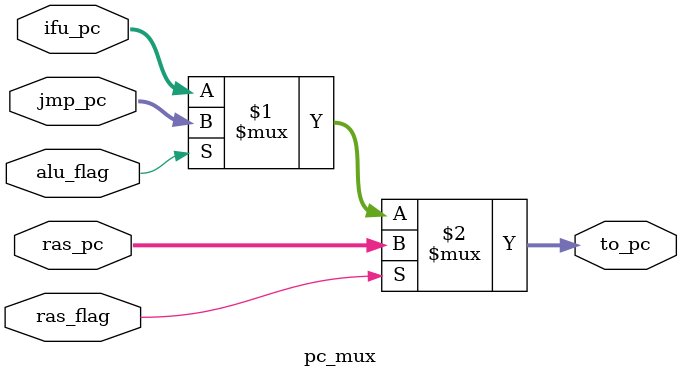
<source format=v>
module pc_mux(
  input wire alu_flag,
  input wire ras_flag,
  input wire [31:0] jmp_pc,
  input wire [31:0] ras_pc,
  input wire [31:0] ifu_pc,
  output wire [31:0] to_pc
);

  assign to_pc = (ras_flag) ? ras_pc : (alu_flag) ? jmp_pc : ifu_pc;

endmodule
</source>
